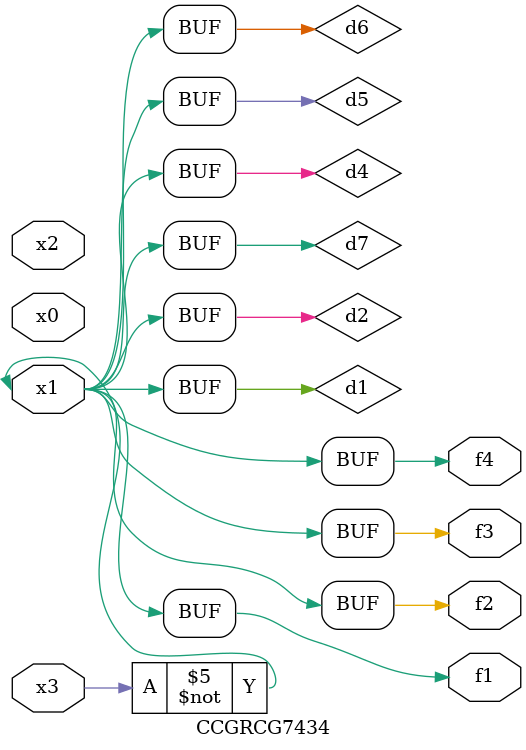
<source format=v>
module CCGRCG7434(
	input x0, x1, x2, x3,
	output f1, f2, f3, f4
);

	wire d1, d2, d3, d4, d5, d6, d7;

	not (d1, x3);
	buf (d2, x1);
	xnor (d3, d1, d2);
	nor (d4, d1);
	buf (d5, d1, d2);
	buf (d6, d4, d5);
	nand (d7, d4);
	assign f1 = d6;
	assign f2 = d7;
	assign f3 = d6;
	assign f4 = d6;
endmodule

</source>
